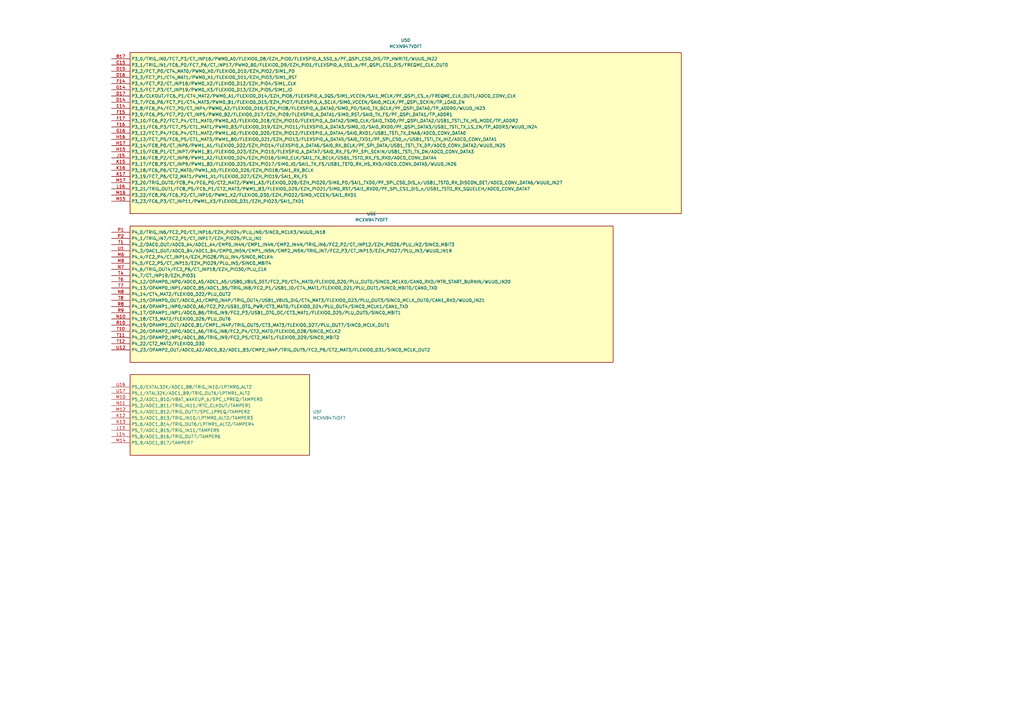
<source format=kicad_sch>
(kicad_sch (version 20231120) (generator "eeschema") (generator_version "8.0")
  (paper "A3")
  (title_block (title "MR-MCXN-T1 Sensor hub") (date "2025-01-17") (rev "X0") (company "NXP SEMICONDUCTORS B.V.") (comment 1 "CLASSIFICATION: INTERNAL USE ONLY") (comment 3 "DESIGNER: YOURI TILS") (comment 4 "CTO SYSTEM INNOVATIONS / MOBILE ROBOTICS DOMAIN"))
  (lib_symbols
    (symbol "MCXN:MCXN947VDFT"
      (property "Reference" "U" (at 1.27 3.81 0))
      (property "Value" "MCXN947VDFT" (at 7.62 1.27 0))
      (symbol "MCXN947VDFT_1_0"
        (rectangle (start 147.32 0) (end 0 -88.9) (stroke (width 0.254)) (fill (type background)))
        (pin passive line (at -7.62 -48.26 0) (length 7.62) (name "P0_17/TSI0_CH12/ADC0_A9/FC0_P1/CT0_MAT1/UTICK_CAP3/FLEXIO0_D1/PDM0_DATA0/I3C0_SCL/TP_HREADY") (number "A10"))
        (pin passive line (at -7.62 -27.94 0) (length 7.62) (name "P0_9/ADC0_B9/FC0_P5/CT_INP1/FLEXIO0_D1") (number "A12"))
        (pin passive line (at -7.62 -17.78 0) (length 7.62) (name "P0_5/TSI0_CH9/EWM0_OUT_b/FC0_P1/FC1_P5/CT0_MAT3/UTICK_CAP3/PDM0_DATA0") (number "A14"))
        (pin passive line (at -7.62 -7.62 0) (length 7.62) (name "P0_1/TCLK/SWCLK/FC1_P1/CT_INP1") (number "A16"))
        (pin passive line (at -7.62 -5.08 0) (length 7.62) (name "P0_0/TMS/SWDIO/FC1_P0/CT_INP0") (number "A17"))
        (pin passive line (at -7.62 -68.58 0) (length 7.62) (name "P0_25/ADC0_B17/FC1_P1/CT0_MAT1") (number "A6"))
        (pin passive line (at -7.62 -58.42 0) (length 7.62) (name "P0_21/TSI0_CH16/ADC0_A13/FC0_P5/FC1_P1/CT_INP1/FLEXIO0_D5/I3C0_SCL") (number "A8"))
        (pin passive line (at -7.62 -45.72 0) (length 7.62) (name "P0_16/TSI0_CH11/ADC0_A8/FC0_P0/CT0_MAT0/UTICK_CAP2/FLEXIO0_D0/PDM0_CLK/I3C0_SDA/TP_HRESP/WUU0_IN2") (number "B10"))
        (pin passive line (at -7.62 -33.02 0) (length 7.62) (name "P0_11/ADC0_B11/CT0_MAT1/FLEXIO0_D3/HSCMP2_OUT") (number "B11"))
        (pin passive line (at -7.62 -30.48 0) (length 7.62) (name "P0_10/ADC0_B10/FC0_P6/CT0_MAT0/FLEXIO0_D2") (number "B12"))
        (pin passive line (at -7.62 -15.24 0) (length 7.62) (name "P0_4/TSI0_CH8/EWM0_IN/FC0_P0/FC1_P4/CT0_MAT2/UTICK_CAP2/HSCMP1_OUT/PDM0_CLK/WUU0_IN0") (number "B14"))
        (pin passive line (at -7.62 -12.7 0) (length 7.62) (name "P0_3/CMP1_IN1/TDI/FC1_P3/CT0_MAT1/UTICK_CAP1/HSCMP0_OUT") (number "B15"))
        (pin passive line (at -7.62 -10.16 0) (length 7.62) (name "P0_2/TDO/SWO/FC1_P2/CT0_MAT0/UTICK_CAP0/I3C0_PUR") (number "B16"))
        (pin passive line (at -7.62 -66.04 0) (length 7.62) (name "P0_24/ADC0_B16/FC1_P0/CT0_MAT0") (number "B6"))
        (pin passive line (at -7.62 -63.5 0) (length 7.62) (name "P0_23/ADC0_A15/CMP2_IN2/EWM0_OUT_b/FC1_P3/CT_INP3/FLEXIO0_D7/WUU0_IN5") (number "B7"))
        (pin passive line (at -7.62 -60.96 0) (length 7.62) (name "P0_22/ADC0_A14/CMP1_IN2/EWM0_IN/FC0_P6/FC1_P2/CT_INP2/FLEXIO0_D6/I3C0_PUR") (number "B8"))
        (pin passive line (at -7.62 -50.8 0) (length 7.62) (name "P0_18/TSI0_CH13/ADC0_A10/EWM0_IN/FC0_P2/CT0_MAT2/FLEXIO0_D2/HSCMP0_OUT/PDM0_DATA1") (number "C10"))
        (pin passive line (at -7.62 -25.4 0) (length 7.62) (name "P0_8/ADC0_B8/FC0_P4/CT_INP0/FLEXIO0_D0") (number "C12"))
        (pin passive line (at -7.62 -22.86 0) (length 7.62) (name "P0_7/CMP2_IN1/FC0_P3/CT_INP3/WUU0_IN1") (number "C13"))
        (pin passive line (at -7.62 -20.32 0) (length 7.62) (name "P0_6/TSI0_CH10/ISPMODE_N/FC0_P2/FC1_P6/CT_INP2/HSCMP2_OUT/PDM0_DATA1/CLKOUT") (number "C14"))
        (pin passive line (at -7.62 -55.88 0) (length 7.62) (name "P0_20/TSI0_CH15/ADC0_A12/FC0_P4/FC1_P0/CT_INP0/FLEXIO0_D4/I3C0_SDA/WUU0_IN4") (number "C8"))
        (pin passive line (at -7.62 -53.34 0) (length 7.62) (name "P0_19/TSI0_CH14/ADC0_A11/EWM0_OUT_b/FC0_P3/CT0_MAT3/FLEXIO0_D3/HSCMP1_OUT/WUU0_IN3") (number "C9"))
        (pin passive line (at -7.62 -35.56 0) (length 7.62) (name "P0_12/ADC0_B12/NVM_TM0/FC1_P4/FC0_P0/CT0_MAT2/FLEXIO0_D4") (number "D11"))
        (pin passive line (at -7.62 -83.82 0) (length 7.62) (name "P0_31/ADC0_B23/CT_INP3") (number "D7"))
        (pin passive line (at -7.62 -73.66 0) (length 7.62) (name "P0_27/ADC0_B19/FC1_P3/CT0_MAT3") (number "E10"))
        (pin passive line (at -7.62 -40.64 0) (length 7.62) (name "P0_14/ADC0_B14/NVM_TM2/FC1_P6/FC0_P2/CT_INP2/UTICK_CAP0/FLEXIO0_D6") (number "E11"))
        (pin passive line (at -7.62 -81.28 0) (length 7.62) (name "P0_30/ADC0_B22/FC1_P6/FC0_P6/CT_INP2") (number "E7"))
        (pin passive line (at -7.62 -76.2 0) (length 7.62) (name "P0_28/ADC0_B20/FC1_P4/FC0_P4/CT_INP0") (number "E8"))
        (pin passive line (at -7.62 -71.12 0) (length 7.62) (name "P0_26/ADC0_B18/FC1_P2/CT0_MAT2") (number "F10"))
        (pin passive line (at -7.62 -38.1 0) (length 7.62) (name "P0_13/ADC0_B13/NVM_TM1/FC1_P5/FC0_P1/CT0_MAT3/FLEXIO0_D5") (number "F12"))
        (pin passive line (at -7.62 -78.74 0) (length 7.62) (name "P0_29/ADC0_B21/FC1_P5/FC0_P5/CT_INP1") (number "F8"))
        (pin passive line (at -7.62 -43.18 0) (length 7.62) (name "P0_15/ADC0_B15/NVM_TM3/FC0_P3/CT_INP3/UTICK_CAP1/FLEXIO0_D7") (number "G13"))
      )
      (symbol "MCXN947VDFT_2_0"
        (rectangle (start 248.92 0) (end 0 -71.12) (stroke (width 0.254)) (fill (type background)))
        (pin passive line (at -7.62 -22.86 0) (length 7.62) (name "P1_8/TSI0_CH17/ADC1_A8/TRACE_DATA0/FC4_P0/FC5_P4/CT_INP8/SCT0_OUT2/FLEXIO0_D16/EZH_PIO4/PLU_OUT0/ENET0_TXD2/I3C1_SDA/TP_DATA0/WUU0_IN10/LPTMR1_ALT3") (number "A1"))
        (pin passive line (at -7.62 -20.32 0) (length 7.62) (name "P1_7/TSI0_CH7/ADC0_A23/TRIG_OUT2/FC5_P3/CT_INP7/SCT0_IN1/FLEXIO0_D15/EZH_PIO3/PLU_CLK/ENET0_TXD1/SAI1_RX_FS/CAN1_RXD/USB0_DO_TXDATA_TEST/ADC1_CONV_DATA3/WUU0_IN9") (number "A2"))
        (pin passive line (at -7.62 -12.7 0) (length 7.62) (name "P1_4/TSI0_CH4/ADC0_A20/CMP0_IN2/FREQME_CLK_IN0/FC3_P4/FC5_P0/CT1_MAT2/SCT0_OUT0/FLEXIO0_D12/EZH_PIO0/ENET0_TX_CLK/SAI0_TXD1/USB0_IND_RXDM_TEST/ADC1_CONV_DATA0/WUU0_IN8") (number "A4"))
        (pin passive line (at -7.62 -25.4 0) (length 7.62) (name "P1_9/TSI0_CH18/ADC1_A9/TRACE_DATA1/FC4_P1/FC5_P5/CT_INP9/SCT0_OUT3/FLEXIO0_D17/EZH_PIO5/PLU_OUT1/ENET0_TXD3/I3C1_SCL/TP_DATA1") (number "B1"))
        (pin passive line (at -7.62 -17.78 0) (length 7.62) (name "P1_6/TSI0_CH6/ADC0_A22/TRIG_IN2/FC3_P6/FC5_P2/CT_INP6/SCT0_IN0/FLEXIO0_D14/EZH_PIO2/ENET0_TXD0/SAI1_RX_BCLK/CAN1_TXD/USB0_IND_RXDIFF_TEST/ADC1_CONV_DATA2") (number "B2"))
        (pin passive line (at -7.62 -15.24 0) (length 7.62) (name "P1_5/TSI0_CH5/ADC0_A21/CMP0_IN3/FREQME_CLK_IN1/FC3_P5/FC5_P1/CT1_MAT3/SCT0_OUT1/FLEXIO0_D13/EZH_PIO1/ENET0_TXEN/SAI0_RXD1/USB0_IND_RXDP_TEST/ADC1_CONV_DATA1") (number "B3"))
        (pin passive line (at -7.62 -10.16 0) (length 7.62) (name "P1_3/TSI0_CH3/ADC0_A19/CMP0_IN1/TRIG_OUT1/FC3_P3/CT1_MAT1/SCT0_IN7/FLEXIO0_D11/ENET0_MDIO/SAI1_RXD0/CAN0_RXD/TP_HTRANS/WUU0_IN7") (number "B4"))
        (pin passive line (at -7.62 -27.94 0) (length 7.62) (name "P1_10/TSI0_CH19/ADC1_A10/TRACE_DATA2/FC4_P2/FC5_P6/CT2_MAT0/SCT0_IN2/FLEXIO0_D18/EZH_PIO6/PLU_IN0/ENET0_TXER/CAN0_TXD/TP_DATA2") (number "C3"))
        (pin passive line (at -7.62 -7.62 0) (length 7.62) (name "P1_2/TSI0_CH2/ADC0_A18/CMP2_IN0/TRIG_OUT0/FC3_P2/FC4_P6/CT1_MAT0/SCT0_IN6/FLEXIO0_D10/ENET0_MDC/SAI1_TXD0/CAN0_TXD/USB0_OBE_TXDATA_b_TEST/ADC1_CONV_CLK") (number "C4"))
        (pin passive line (at -7.62 -5.08 0) (length 7.62) (name "P1_1/TSI0_CH1/ADC0_A17/CMP1_IN0/TRIG_IN1/FC3_P1/FC4_P5/CT_INP5/SCT0_OUT7/FLEXIO0_D9/SAI1_TX_FS/NVM_SDO") (number "C5"))
        (pin passive line (at -7.62 -2.54 0) (length 7.62) (name "P1_0/TSI0_CH0/ADC0_A16/CMP0_IN0/TRIG_IN0/FC3_P0/FC4_P4/CT_INP4/SCT0_OUT6/FLEXIO0_D8/SAI1_TX_BCLK/WUU0_IN6/LPTMR0_ALT3") (number "C6"))
        (pin passive line (at -7.62 -35.56 0) (length 7.62) (name "P1_13/TSI0_CH22/ADC1_A13/TRIG_IN3/FC4_P5/FC3_P1/CT2_MAT3/SCT0_OUT5/FLEXIO0_D21/EZH_PIO9/PLU_OUT3/ENET0_RXDV/CAN1_TXD/USB0_OBE_TXBIAS_b_TEST/ADC1_CONV_DATA5") (number "D1"))
        (pin passive line (at -7.62 -33.02 0) (length 7.62) (name "P1_12/TSI0_CH21/ADC1_A12/TRACE_CLK/FC4_P4/FC3_P0/CT2_MAT2/SCT0_OUT4/FLEXIO0_D20/EZH_PIO8/PLU_OUT2/ENET0_RXER/CAN1_RXD/USB0_PUE_PULLDWN_DP_TEST/ADC1_CONV_DATA4/WUU0_IN12") (number "D2"))
        (pin passive line (at -7.62 -30.48 0) (length 7.62) (name "P1_11/TSI0_CH20/ADC1_A11/TRACE_DATA3/FC4_P3/CT2_MAT1/SCT0_IN3/FLEXIO0_D19/EZH_PIO7/PLU_IN1/ENET0_RX_CLK/I3C1_PUR/CAN0_RXD/TP_DATA3/WUU0_IN11") (number "D3"))
        (pin passive line (at -7.62 -38.1 0) (length 7.62) (name "P1_14/TSI0_CH23/ADC1_A14/FC4_P6/FC3_P2/CT_INP10/SCT0_IN4/FLEXIO0_D22/EZH_PIO10/PLU_IN2/ENET0_RXD0/USB0_DO_TXSZERO_TEST/ADC1_CONV_DATA6") (number "D4"))
        (pin passive line (at -7.62 -40.64 0) (length 7.62) (name "P1_15/TSI0_CH24/ADC1_A15/FC3_P3/CT_INP11/SCT0_IN5/FLEXIO0_D23/EZH_PIO11/PLU_IN3/ENET0_RXD1/I3C1_PUR/USB0_SRE_LOWSPEED_TEST/ADC1_CONV_DATA7/WUU0_IN13") (number "E4"))
        (pin passive line (at -7.62 -63.5 0) (length 7.62) (name "P1_30/XTAL48M/TRIG_OUT3/CT_INP16/SCT0_OUT8/SAI0_MCLK") (number "F1"))
        (pin passive line (at -7.62 -66.04 0) (length 7.62) (name "P1_31/EXTAL48M/TRIG_IN4/CT_INP17/SCT0_OUT9") (number "F2"))
        (pin passive line (at -7.62 -45.72 0) (length 7.62) (name "P1_17/ADC1_A17/FC5_P1/FC3_P5/CT_INP13/SCT0_OUT7/FLEXIO0_D25/EZH_PIO13/PLU_OUT5/ENET0_RXD3/I3C1_SCL") (number "F4"))
        (pin passive line (at -7.62 -43.18 0) (length 7.62) (name "P1_16/ADC1_A16/FC5_P0/FC3_P4/CT_INP12/SCT0_OUT6/FLEXIO0_D24/EZH_PIO12/PLU_OUT4/ENET0_RXD2/I3C1_SDA/WUU0_IN14") (number "F6"))
        (pin passive line (at -7.62 -48.26 0) (length 7.62) (name "P1_18/ADC1_A18/FREQME_CLK_IN0/FC5_P2/FC3_P6/CT3_MAT0/SCT0_IN6/FLEXIO0_D26/EZH_PIO14/PLU_IN4/ENET0_COL/CAN0_TXD") (number "G4"))
        (pin passive line (at -7.62 -50.8 0) (length 7.62) (name "P1_19/ADC1_A19/FREQME_CLK_IN1/FC5_P3/CT3_MAT1/SCT0_IN7/FLEXIO0_D27/EZH_PIO15/PLU_IN5/ENET0_CRS/CAN0_RXD/WUU0_IN15") (number "G5"))
        (pin passive line (at -7.62 -53.34 0) (length 7.62) (name "P1_20/ADC1_A20/CMP1_IN3/TRIG_IN2/FC5_P4/FC4_P0/CT3_MAT2/SCT0_OUT8/FLEXIO0_D28/EZH_PIO16/PLU_OUT6/ENET0_MDC/CAN1_TXD") (number "K5"))
        (pin passive line (at -7.62 -58.42 0) (length 7.62) (name "P1_22/ADC1_A22/TRIG_IN3/FC5_P6/FC4_P2/CT_INP14/SCT0_OUT4/FLEXIO0_D30/EZH_PIO18") (number "L4"))
        (pin passive line (at -7.62 -55.88 0) (length 7.62) (name "P1_21/ADC1_A21/CMP2_IN3/TRIG_OUT2/FC5_P5/FC4_P1/CT3_MAT3/SCT0_OUT9/FLEXIO0_D29/EZH_PIO17/PLU_OUT7/ENET0_MDIO/SAI1_MCLK/CAN1_RXD") (number "L5"))
        (pin passive line (at -7.62 -60.96 0) (length 7.62) (name "P1_23/ADC1_A23/FC4_P3/CT_INP15/SCT0_OUT5/FLEXIO0_D31/EZH_PIO19") (number "M4"))
      )
      (symbol "MCXN947VDFT_3_0"
        (rectangle (start 223.52 0) (end 0 -35.56) (stroke (width 0.254)) (fill (type background)))
        (pin passive line (at -7.62 -5.08 0) (length 7.62) (name "P2_1/TRACE_CLK/SDHC0_D4/SCT0_IN1/PWM1_B3/FLEXIO0_D9/EZH_PIO21/FLEXSPI0_B_DQS/SINC0_MCLK_OUT0/SAI0_RX_FS/ESPI0_NOTIFY") (number "H1"))
        (pin passive line (at -7.62 -2.54 0) (length 7.62) (name "P2_0/TRIG_IN5/FC9_P6/SDHC0_D5/SCT0_IN0/PWM1_A3/FLEXIO0_D8/EZH_PIO20/FLEXSPI0_B_SS1_b/SAI0_RX_BCLK/ESPI0_RST") (number "H2"))
        (pin passive line (at -7.62 -7.62 0) (length 7.62) (name "P2_2/CLKOUT/FC9_P3/SDHC0_D1/SCT0_OUT0/PWM1_A2/FLEXIO0_D10/EZH_PIO22/FLEXSPI0_B_SS0_b/SINC0_MCLK0/SAI0_TXD0/ESPI0_CSn/USB0_IBE_RXDIFF_b_TEST/WUU0_IN16") (number "H3"))
        (pin passive line (at -7.62 -10.16 0) (length 7.62) (name "P2_3/FC9_P1/SDHC0_D0/SCT0_OUT1/PWM1_B2/FLEXIO0_D11/EZH_PIO23/FLEXSPI0_B_SCLK/SINC0_MBIT0/SAI0_RXD0/ESPI0_CLK/USB0_PUE_PULLDWN_DM_TEST") (number "J3"))
        (pin passive line (at -7.62 -15.24 0) (length 7.62) (name "P2_5/TRIG_OUT3/FC9_P2/SDHC0_CMD/SCT0_OUT3/PWM1_B1/FLEXIO0_D13/EZH_PIO25/FLEXSPI0_B_DATA1/SINC0_MBIT1/SAI0_TXD1/ESPI0_DATA1/USB0_SRE_LOWSPEED_TEST") (number "K1"))
        (pin passive line (at -7.62 -17.78 0) (length 7.62) (name "P2_6/TRIG_IN4/FC9_P4/SDHC0_D3/SCT0_OUT4/PWM1_A0/FLEXIO0_D14/EZH_PIO26/FLEXSPI0_B_DATA2/SINC0_MCLK2/SAI0_TX_BCLK/ESPI0_DATA2/USB0_PUIMPSEL_PULLUP_DP_TEST") (number "K2"))
        (pin passive line (at -7.62 -12.7 0) (length 7.62) (name "P2_4/FC9_P0/SDHC0_CLK/SCT0_OUT2/PWM1_A1/FLEXIO0_D12/EZH_PIO24/FLEXSPI0_B_DATA0/SINC0_MCLK1/SAI0_RXD1/ESPI0_DATA0/USB0_PUE_PULLUP_DP_TEST/WUU0_IN17") (number "K3"))
        (pin passive line (at -7.62 -20.32 0) (length 7.62) (name "P2_7/TRIG_IN5/FC9_P5/SDHC0_D2/SCT0_OUT5/PWM1_B0/FLEXIO0_D15/EZH_PIO27/FLEXSPI0_B_DATA3/SINC0_MBIT2/SAI0_TX_FS/ESPI0_DATA3/USB1_TSTO_PLL_OUT_DIV") (number "L2"))
        (pin passive line (at -7.62 -25.4 0) (length 7.62) (name "P2_9/TRACE_DATA1/SDHC0_D6/SCT0_IN3/PWM1_X1/FLEXIO0_D17/EZH_PIO29/FLEXSPI0_B_DATA5/SINC0_MBIT3/SAI1_RXD0") (number "M1"))
        (pin passive line (at -7.62 -22.86 0) (length 7.62) (name "P2_8/TRACE_DATA0/SDHC0_D7/SCT0_IN2/PWM1_X0/FLEXIO0_D16/EZH_PIO28/FLEXSPI0_B_DATA4/SINC0_MCLK3/SAI1_TXD0") (number "M2"))
        (pin passive line (at -7.62 -27.94 0) (length 7.62) (name "P2_10/TRACE_DATA2/SCT0_IN4/PWM1_X2/FLEXIO0_D18/EZH_PIO31/FLEXSPI0_B_DATA6/SINC0_MCLK4/SAI1_RXD1") (number "M3"))
        (pin passive line (at -7.62 -30.48 0) (length 7.62) (name "P2_11/TRACE_DATA3/SCT0_IN5/PWM1_X3/FLEXIO0_D19/EZH_PIO30/FLEXSPI0_B_DATA7/SINC0_MBIT4/SAI1_TXD1") (number "N4"))
      )
      (symbol "MCXN947VDFT_4_0"
        (rectangle (start 226.06 0) (end 0 -66.04) (stroke (width 0.254)) (fill (type background)))
        (pin passive line (at -7.62 -2.54 0) (length 7.62) (name "P3_0/TRIG_IN0/FC7_P3/CT_INP16/PWM0_A0/FLEXIO0_D8/EZH_PIO0/FLEXSPI0_A_SS0_b/PF_QSPI_CS0_DIS/TP_HWRITE/WUU0_IN22") (number "B17"))
        (pin passive line (at -7.62 -5.08 0) (length 7.62) (name "P3_1/TRIG_IN1/FC6_P0/FC7_P6/CT_INP17/PWM0_B0/FLEXIO0_D9/EZH_PIO1/FLEXSPI0_A_SS1_b/PF_QSPI_CS1_DIS/FREQME_CLK_OUT0") (number "C15"))
        (pin passive line (at -7.62 -20.32 0) (length 7.62) (name "P3_7/FC6_P6/FC7_P1/CT4_MAT3/PWM0_B1/FLEXIO0_D15/EZH_PIO7/FLEXSPI0_A_SCLK/SIM0_VCCEN/SAI0_MCLK/PF_QSPI_SCKIN/TP_LOAD_EN") (number "D14"))
        (pin passive line (at -7.62 -7.62 0) (length 7.62) (name "P3_2/FC7_P0/CT4_MAT0/PWM0_X0/FLEXIO0_D10/EZH_PIO2/SIM1_PD") (number "D15"))
        (pin passive line (at -7.62 -10.16 0) (length 7.62) (name "P3_3/FC7_P1/CT4_MAT1/PWM0_X1/FLEXIO0_D11/EZH_PIO3/SIM1_RST") (number "D16"))
        (pin passive line (at -7.62 -17.78 0) (length 7.62) (name "P3_6/CLKOUT/FC6_P1/CT4_MAT2/PWM0_A1/FLEXIO0_D14/EZH_PIO6/FLEXSPI0_A_DQS/SIM1_VCCEN/SAI1_MCLK/PF_QSPI_CS_n/FREQME_CLK_OUT1/ADC0_CONV_CLK") (number "D17"))
        (pin passive line (at -7.62 -22.86 0) (length 7.62) (name "P3_8/FC6_P4/FC7_P0/CT_INP4/PWM0_A2/FLEXIO0_D16/EZH_PIO8/FLEXSPI0_A_DATA0/SIM0_PD/SAI0_TX_BCLK/PF_QSPI_DATA0/TP_ADDR0/WUU0_IN23") (number "E14"))
        (pin passive line (at -7.62 -12.7 0) (length 7.62) (name "P3_4/FC7_P2/CT_INP18/PWM0_X2/FLEXIO0_D12/EZH_PIO4/SIM1_CLK") (number "F14"))
        (pin passive line (at -7.62 -25.4 0) (length 7.62) (name "P3_9/FC6_P5/FC7_P2/CT_INP5/PWM0_B2/FLEXIO0_D17/EZH_PIO9/FLEXSPI0_A_DATA1/SIM0_RST/SAI0_TX_FS/PF_QSPI_DATA1/TP_ADDR1") (number "F15"))
        (pin passive line (at -7.62 -30.48 0) (length 7.62) (name "P3_11/FC6_P3/FC7_P5/CT1_MAT1/PWM0_B3/FLEXIO0_D19/EZH_PIO11/FLEXSPI0_A_DATA3/SIM0_IO/SAI0_RXD0/PF_QSPI_DATA3/USB1_TSTI_TX_LS_EN/TP_ADDR3/WUU0_IN24") (number "F16"))
        (pin passive line (at -7.62 -27.94 0) (length 7.62) (name "P3_10/FC6_P2/FC7_P4/CT1_MAT0/PWM0_A3/FLEXIO0_D18/EZH_PIO10/FLEXSPI0_A_DATA2/SIM0_CLK/SAI0_TXD0/PF_QSPI_DATA2/USB1_TSTI_TX_HS_MODE/TP_ADDR2") (number "F17"))
        (pin passive line (at -7.62 -15.24 0) (length 7.62) (name "P3_5/FC7_P3/CT_INP19/PWM0_X3/FLEXIO0_D13/EZH_PIO5/SIM1_IO") (number "G14"))
        (pin passive line (at -7.62 -33.02 0) (length 7.62) (name "P3_12/FC7_P4/FC6_P4/CT1_MAT2/PWM1_A0/FLEXIO0_D20/EZH_PIO12/FLEXSPI0_A_DATA4/SAI0_RXD1/USB1_TSTI_TX_ENAB/ADC0_CONV_DATA0") (number "G16"))
        (pin passive line (at -7.62 -40.64 0) (length 7.62) (name "P3_15/FC8_P1/CT_INP7/PWM1_B1/FLEXIO0_D23/EZH_PIO15/FLEXSPI0_A_DATA7/SAI0_RX_FS/PF_SPI_SCKIN/USB1_TSTI_TX_DN/ADC0_CONV_DATA3") (number "H15"))
        (pin passive line (at -7.62 -35.56 0) (length 7.62) (name "P3_13/FC7_P5/FC6_P5/CT1_MAT3/PWM1_B0/FLEXIO0_D21/EZH_PIO13/FLEXSPI0_A_DATA5/SAI0_TXD1/PF_SPI_CS0_n/USB1_TSTI_TX_HIZ/ADC0_CONV_DATA1") (number "H16"))
        (pin passive line (at -7.62 -38.1 0) (length 7.62) (name "P3_14/FC8_P0/CT_INP6/PWM1_A1/FLEXIO0_D22/EZH_PIO14/FLEXSPI0_A_DATA6/SAI0_RX_BCLK/PF_SPI_DATA/USB1_TSTI_TX_DP/ADC0_CONV_DATA2/WUU0_IN25") (number "H17"))
        (pin passive line (at -7.62 -43.18 0) (length 7.62) (name "P3_16/FC8_P2/CT_INP8/PWM1_A2/FLEXIO0_D24/EZH_PIO16/SIM0_CLK/SAI1_TX_BCLK/USB1_TSTO_RX_FS_RXD/ADC0_CONV_DATA4") (number "J15"))
        (pin passive line (at -7.62 -45.72 0) (length 7.62) (name "P3_17/FC8_P3/CT_INP9/PWM1_B2/FLEXIO0_D25/EZH_PIO17/SIM0_IO/SAI1_TX_FS/USB1_TSTO_RX_HS_RXD/ADC0_CONV_DATA5/WUU0_IN26") (number "K15"))
        (pin passive line (at -7.62 -48.26 0) (length 7.62) (name "P3_18/FC6_P6/CT2_MAT0/PWM1_X0/FLEXIO0_D26/EZH_PIO18/SAI1_RX_BCLK") (number "K16"))
        (pin passive line (at -7.62 -50.8 0) (length 7.62) (name "P3_19/FC7_P6/CT2_MAT1/PWM1_X1/FLEXIO0_D27/EZH_PIO19/SAI1_RX_FS") (number "K17"))
        (pin passive line (at -7.62 -55.88 0) (length 7.62) (name "P3_21/TRIG_OUT1/FC8_P5/FC6_P1/CT2_MAT3/PWM1_B3/FLEXIO0_D29/EZH_PIO21/SIM0_RST/SAI1_RXD0/PF_SPI_CS1_DIS_n/USB1_TSTO_RX_SQUELCH/ADC0_CONV_DATA7") (number "L16"))
        (pin passive line (at -7.62 -60.96 0) (length 7.62) (name "P3_23/FC6_P3/CT_INP11/PWM1_X3/FLEXIO0_D31/EZH_PIO23/SAI1_TXD1") (number "M15"))
        (pin passive line (at -7.62 -58.42 0) (length 7.62) (name "P3_22/FC8_P6/FC6_P2/CT_INP10/PWM1_X2/FLEXIO0_D30/EZH_PIO22/SIM0_VCCEN/SAI1_RXD1") (number "M16"))
        (pin passive line (at -7.62 -53.34 0) (length 7.62) (name "P3_20/TRIG_OUT0/FC8_P4/FC6_P0/CT2_MAT2/PWM1_A3/FLEXIO0_D28/EZH_PIO20/SIM0_PD/SAI1_TXD0/PF_SPI_CS0_DIS_n/USB1_TSTO_RX_DISCON_DET/ADC0_CONV_DATA6/WUU0_IN27") (number "M17"))
      )
      (symbol "MCXN947VDFT_5_0"
        (rectangle (start 198.12 0) (end 0 -55.88) (stroke (width 0.254)) (fill (type background)))
        (pin passive line (at -7.62 -12.7 0) (length 7.62) (name "P4_4/FC2_P4/CT_INP14/EZH_PIO28/PLU_IN4/SINC0_MCLK4") (number "M6"))
        (pin passive line (at -7.62 -15.24 0) (length 7.62) (name "P4_5/FC2_P5/CT_INP15/EZH_PIO29/PLU_IN5/SINC0_MBIT4") (number "M8"))
        (pin passive line (at -7.62 -38.1 0) (length 7.62) (name "P4_18/CT3_MAT2/FLEXIO0_D26/PLU_OUT6") (number "N10"))
        (pin passive line (at -7.62 -17.78 0) (length 7.62) (name "P4_6/TRIG_OUT4/FC2_P6/CT_INP18/EZH_PIO30/PLU_CLK") (number "N7"))
        (pin passive line (at -7.62 -27.94 0) (length 7.62) (name "P4_14/CT4_MAT2/FLEXIO0_D22/PLU_OUT2") (number "N8"))
        (pin passive line (at -7.62 -2.54 0) (length 7.62) (name "P4_0/TRIG_IN6/FC2_P0/CT_INP16/EZH_PIO24/PLU_IN0/SINC0_MCLK3/WUU0_IN18") (number "P1"))
        (pin passive line (at -7.62 -5.08 0) (length 7.62) (name "P4_1/TRIG_IN7/FC2_P1/CT_INP17/EZH_PIO25/PLU_IN1") (number "P2"))
        (pin passive line (at -7.62 -40.64 0) (length 7.62) (name "P4_19/OPAMP1_OUT/ADC0_B1/CMP1_IN4P/TRIG_OUT5/CT3_MAT3/FLEXIO0_D27/PLU_OUT7/SINC0_MCLK_OUT1") (number "R10"))
        (pin passive line (at -7.62 -33.02 0) (length 7.62) (name "P4_16/OPAMP1_INP0/ADC0_A6/FC2_P2/USB1_OTG_PWR/CT3_MAT0/FLEXIO0_D24/PLU_OUT4/SINC0_MCLK1/CAN1_TXD") (number "R8"))
        (pin passive line (at -7.62 -35.56 0) (length 7.62) (name "P4_17/OPAMP1_INP1/ADC0_B6/TRIG_IN9/FC2_P3/USB1_OTG_OC/CT3_MAT1/FLEXIO0_D25/PLU_OUT5/SINC0_MBIT1") (number "R9"))
        (pin passive line (at -7.62 -7.62 0) (length 7.62) (name "P4_2/DAC0_OUT/ADC0_A4/ADC1_A4/CMP0_IN4N/CMP1_IN4N/CMP2_IN4N/TRIG_IN6/FC2_P2/CT_INP12/EZH_PIO26/PLU_IN2/SINC0_MBIT3") (number "T1"))
        (pin passive line (at -7.62 -43.18 0) (length 7.62) (name "P4_20/OPAMP2_INP0/ADC1_A6/TRIG_IN8/FC2_P4/CT2_MAT0/FLEXIO0_D28/SINC0_MCLK2") (number "T10"))
        (pin passive line (at -7.62 -45.72 0) (length 7.62) (name "P4_21/OPAMP2_INP1/ADC1_B6/TRIG_IN9/FC2_P5/CT2_MAT1/FLEXIO0_D29/SINC0_MBIT2") (number "T11"))
        (pin passive line (at -7.62 -48.26 0) (length 7.62) (name "P4_22/CT2_MAT2/FLEXIO0_D30") (number "T12"))
        (pin passive line (at -7.62 -20.32 0) (length 7.62) (name "P4_7/CT_INP19/EZH_PIO31") (number "T4"))
        (pin passive line (at -7.62 -22.86 0) (length 7.62) (name "P4_12/OPAMP0_INP0/ADC0_A5/ADC1_A5/USB0_VBUS_DET/FC2_P0/CT4_MAT0/FLEXIO0_D20/PLU_OUT0/SINC0_MCLK0/CAN0_RXD/MTR_START_BURNIN/WUU0_IN20") (number "T6"))
        (pin passive line (at -7.62 -25.4 0) (length 7.62) (name "P4_13/OPAMP0_INP1/ADC0_B5/ADC1_B5/TRIG_IN8/FC2_P1/USB1_ID/CT4_MAT1/FLEXIO0_D21/PLU_OUT1/SINC0_MBIT0/CAN0_TXD") (number "T7"))
        (pin passive line (at -7.62 -30.48 0) (length 7.62) (name "P4_15/OPAMP0_OUT/ADC0_A1/CMP0_IN4P/TRIG_OUT4/USB1_VBUS_DIG/CT4_MAT3/FLEXIO0_D23/PLU_OUT3/SINC0_MCLK_OUT0/CAN1_RXD/WUU0_IN21") (number "T8"))
        (pin passive line (at -7.62 -10.16 0) (length 7.62) (name "P4_3/DAC1_OUT/ADC0_B4/ADC1_B4/CMP0_IN5N/CMP1_IN5N/CMP2_IN5N/TRIG_IN7/FC2_P3/CT_INP13/EZH_PIO27/PLU_IN3/WUU0_IN19") (number "U1"))
        (pin passive line (at -7.62 -50.8 0) (length 7.62) (name "P4_23/OPAMP2_OUT/ADC0_A2/ADC0_B2/ADC1_B3/CMP2_IN4P/TRIG_OUT5/FC2_P6/CT2_MAT3/FLEXIO0_D31/SINC0_MCLK_OUT2") (number "U12"))
      )
      (symbol "MCXN947VDFT_6_0"
        (rectangle (start 73.66 0) (end 0 -33.02) (stroke (width 0.254)) (fill (type background)))
        (pin passive line (at -7.62 -17.78 0) (length 7.62) (name "P5_5/ADC1_B13/TRIG_IN10/LPTMR0_ALT2/TAMPER3") (number "K12"))
        (pin passive line (at -7.62 -20.32 0) (length 7.62) (name "P5_6/ADC1_B14/TRIG_OUT6/LPTMR1_ALT2/TAMPER4") (number "K13"))
        (pin passive line (at -7.62 -22.86 0) (length 7.62) (name "P5_7/ADC1_B15/TRIG_IN11/TAMPER5") (number "L13"))
        (pin passive line (at -7.62 -25.4 0) (length 7.62) (name "P5_8/ADC1_B16/TRIG_OUT7/TAMPER6") (number "L14"))
        (pin passive line (at -7.62 -10.16 0) (length 7.62) (name "P5_2/ADC1_B10/VBAT_WAKEUP_b/SPC_LPREQ/TAMPER0") (number "M10"))
        (pin passive line (at -7.62 -15.24 0) (length 7.62) (name "P5_4/ADC1_B12/TRIG_OUT7/SPC_LPREQ/TAMPER2") (number "M12"))
        (pin passive line (at -7.62 -27.94 0) (length 7.62) (name "P5_9/ADC1_B17/TAMPER7") (number "M14"))
        (pin passive line (at -7.62 -12.7 0) (length 7.62) (name "P5_3/ADC1_B11/TRIG_IN11/RTC_CLKOUT/TAMPER1") (number "N11"))
        (pin passive line (at -7.62 -5.08 0) (length 7.62) (name "P5_0/EXTAL32K/ADC1_B8/TRIG_IN10/LPTMR0_ALT2") (number "U16"))
        (pin passive line (at -7.62 -7.62 0) (length 7.62) (name "P5_1/XTAL32K/ADC1_B9/TRIG_OUT6/LPTMR1_ALT2") (number "U17"))
      )
      (symbol "MCXN947VDFT_7_0"
        (rectangle (start 66.04 0) (end 0 -43.18) (stroke (width 0.254)) (fill (type background)))
        (pin passive line (at -7.62 -2.54 0) (length 7.62) (name "RESET_b") (number "F3"))
        (pin passive line (at -7.62 -22.86 0) (length 7.62) (name "USB1_ID") (number "P11"))
        (pin passive line (at 73.66 -2.54 180) (length 7.62) (name "ANA_0/ADC0_A0") (number "P3"))
        (pin passive line (at -7.62 -17.78 0) (length 7.62) (name "USB1_DP") (number "R13"))
        (pin passive line (at -7.62 -15.24 0) (length 7.62) (name "USB1_DM") (number "R14"))
        (pin passive line (at 73.66 -5.08 180) (length 7.62) (name "ANA_1/ADC0_B0") (number "R3"))
        (pin passive line (at -7.62 -7.62 0) (length 7.62) (name "USB0_DM/WUU0_IN28") (number "T14"))
        (pin passive line (at -7.62 -10.16 0) (length 7.62) (name "USB0_DP/WUU0_IN29") (number "T15"))
        (pin passive line (at 73.66 -10.16 180) (length 7.62) (name "ANA_4/ADC1_A0") (number "T2"))
        (pin passive line (at 73.66 -12.7 180) (length 7.62) (name "ANA_5/ADC1_B0") (number "T3"))
        (pin passive line (at 73.66 -38.1 180) (length 7.62) (name "ANA_22/OPAMP2_INN") (number "U10"))
        (pin passive line (at -7.62 -27.94 0) (length 7.62) (name "USB1_VBUS") (number "U14"))
        (pin passive line (at 73.66 -17.78 180) (length 7.62) (name "ANA_6/DAC2_OUT/ADC0_A3/ADC1_A3") (number "U2"))
        (pin passive line (at 73.66 -27.94 180) (length 7.62) (name "ANA_14/OPAMP0_INN") (number "U6"))
        (pin passive line (at 73.66 -33.02 180) (length 7.62) (name "ANA_18/OPAMP1_INN") (number "U8"))
      )
      (symbol "MCXN947VDFT_8_0"
        (rectangle (start 60.96 0) (end 0 -129.54) (stroke (width 0.254)) (fill (type background)))
        (pin passive line (at 68.58 -7.62 180) (length 7.62) (name "VSS_3") (number "D12"))
        (pin passive line (at 68.58 -2.54 180) (length 7.62) (name "VSS_1") (number "D6"))
        (pin passive line (at 68.58 -5.08 180) (length 7.62) (name "VSS_2") (number "D9"))
        (pin passive line (at 68.58 -12.7 180) (length 7.62) (name "VSS_5") (number "E13"))
        (pin passive line (at 68.58 -10.16 180) (length 7.62) (name "VSS_4") (number "E5"))
        (pin passive line (at -7.62 -20.32 0) (length 7.62) (name "VDD_P3_1") (number "G11"))
        (pin passive line (at 68.58 -15.24 180) (length 7.62) (name "VSS_6") (number "G2"))
        (pin passive line (at -7.62 -2.54 0) (length 7.62) (name "VDD_1") (number "G7"))
        (pin passive line (at -7.62 -22.86 0) (length 7.62) (name "VDD_P3_2") (number "H10"))
        (pin passive line (at -7.62 -25.4 0) (length 7.62) (name "VDD_P3_3") (number "H12"))
        (pin passive line (at 68.58 -22.86 180) (length 7.62) (name "VSS_9") (number "H13"))
        (pin passive line (at 68.58 -17.78 180) (length 7.62) (name "VSS_7") (number "H5"))
        (pin passive line (at -7.62 -5.08 0) (length 7.62) (name "VDD_2") (number "H6"))
        (pin passive line (at -7.62 -7.62 0) (length 7.62) (name "VDD_3") (number "H8"))
        (pin passive line (at 68.58 -20.32 180) (length 7.62) (name "VSS_8") (number "H9"))
        (pin passive line (at 68.58 -30.48 180) (length 7.62) (name "VSS_12") (number "J10"))
        (pin passive line (at 68.58 -33.02 180) (length 7.62) (name "VSS_13") (number "J14"))
        (pin passive line (at 68.58 -25.4 180) (length 7.62) (name "VSS_10") (number "J4"))
        (pin passive line (at 68.58 -27.94 180) (length 7.62) (name "VSS_11") (number "J8"))
        (pin passive line (at -7.62 -119.38 0) (length 7.62) (name "VDD_CORE_1") (number "K10"))
        (pin passive line (at -7.62 -114.3 0) (length 7.62) (name "VDD_LDO_CORE") (number "K6"))
        (pin passive line (at -7.62 -12.7 0) (length 7.62) (name "VDD_P2_1") (number "K8"))
        (pin passive line (at 68.58 -35.56 180) (length 7.62) (name "VSS_14") (number "K9"))
        (pin passive line (at -7.62 -121.92 0) (length 7.62) (name "VDD_CORE_2") (number "L11"))
        (pin passive line (at -7.62 -15.24 0) (length 7.62) (name "VDD_P2_2") (number "L7"))
        (pin passive line (at 68.58 -38.1 180) (length 7.62) (name "VSS_15") (number "N13"))
        (pin passive line (at -7.62 -81.28 0) (length 7.62) (name "VDD_SYS/VOUT_SYS") (number "N14"))
        (pin passive line (at -7.62 -30.48 0) (length 7.62) (name "VDD_P4_1") (number "N5"))
        (pin passive line (at 68.58 -40.64 180) (length 7.62) (name "VSS_16") (number "P12"))
        (pin passive line (at 68.58 -43.18 180) (length 7.62) (name "VSS_17") (number "P14"))
        (pin passive line (at -7.62 -76.2 0) (length 7.62) (name "VDD_LDO_SYS") (number "P15"))
        (pin passive line (at 68.58 -60.96 180) (length 7.62) (name "VSS_DCDC") (number "P16"))
        (pin passive line (at -7.62 -99.06 0) (length 7.62) (name "DCDC_LX/DCDC_LX") (number "P17"))
        (pin passive line (at -7.62 -33.02 0) (length 7.62) (name "VDD_P4_2") (number "P4"))
        (pin passive line (at 68.58 -50.8 180) (length 7.62) (name "VSS_P4_1") (number "P6"))
        (pin passive line (at 68.58 -53.34 180) (length 7.62) (name "VSS_P4_2") (number "P7"))
        (pin passive line (at 68.58 -55.88 180) (length 7.62) (name "VSS_P4_3") (number "P9"))
        (pin passive line (at -7.62 -38.1 0) (length 7.62) (name "VDD_USB") (number "R12"))
        (pin passive line (at -7.62 -91.44 0) (length 7.62) (name "VDD_DCDC") (number "R15"))
        (pin passive line (at -7.62 -48.26 0) (length 7.62) (name "VDD_ANA") (number "R4"))
        (pin passive line (at -7.62 -53.34 0) (length 7.62) (name "VREFH") (number "R5"))
        (pin passive line (at -7.62 -58.42 0) (length 7.62) (name "VREFL") (number "R6"))
        (pin passive line (at 68.58 -45.72 180) (length 7.62) (name "VSS_18") (number "T16"))
        (pin passive line (at -7.62 -43.18 0) (length 7.62) (name "VDD_BAT") (number "T17"))
        (pin passive line (at -7.62 -66.04 0) (length 7.62) (name "ANA_7/VREFI/VREFO/ADC0_A7/ADC1_A7") (number "U4"))
      )
    )
  )
  (symbol (lib_id "MCXN:MCXN947VDFT") (at 53.34 92.71 0) (unit 5)
    (property "Reference" "U5" (at 152.4 87.63 0))
    (property "Value" "MCXN947VDFT" (at 152.4 90.17 0))
    (property "Footprint" "NXP_BGA:BGA184_0P5_9X9_SM" (effects (hide yes)))
    (property "Description" "IC MCX N94 150MHZ DUAL CORE NPU" (effects (hide yes)))
  )
  (symbol (lib_id "MCXN:MCXN947VDFT") (at 53.34 21.59 0) (unit 4)
    (property "Reference" "U5" (at 166.37 16.51 0))
    (property "Value" "MCXN947VDFT" (at 166.37 19.05 0))
    (property "Footprint" "NXP_BGA:BGA184_0P5_9X9_SM" (effects (hide yes)))
    (property "Description" "IC MCX N94 150MHZ DUAL CORE NPU" (effects (hide yes)))
  )
  (symbol (lib_id "MCXN:MCXN947VDFT") (at 53.34 153.67 0) (unit 6)
    (property "Reference" "U5" (at 128.27 168.9099 0) (effects (justify left)))
    (property "Value" "MCXN947VDFT" (at 128.27 171.4499 0) (effects (justify left)))
    (property "Footprint" "NXP_BGA:BGA184_0P5_9X9_SM" (effects (hide yes)))
    (property "Description" "IC MCX N94 150MHZ DUAL CORE NPU" (effects (hide yes)))
  )
)
</source>
